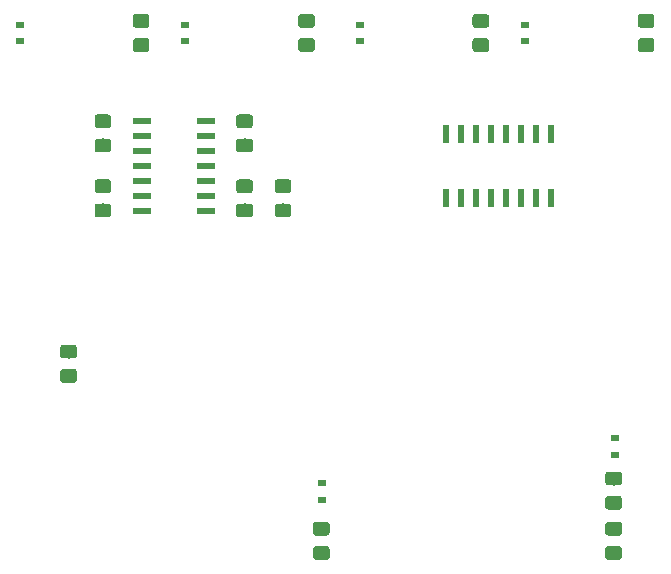
<source format=gbr>
G04 #@! TF.GenerationSoftware,KiCad,Pcbnew,(5.0.2-5-10.14)*
G04 #@! TF.CreationDate,2019-06-16T13:43:50-04:00*
G04 #@! TF.ProjectId,sequencer,73657175-656e-4636-9572-2e6b69636164,rev?*
G04 #@! TF.SameCoordinates,Original*
G04 #@! TF.FileFunction,Paste,Top*
G04 #@! TF.FilePolarity,Positive*
%FSLAX46Y46*%
G04 Gerber Fmt 4.6, Leading zero omitted, Abs format (unit mm)*
G04 Created by KiCad (PCBNEW (5.0.2-5-10.14)) date Sunday, June 16, 2019 at 01:43:50 PM*
%MOMM*%
%LPD*%
G01*
G04 APERTURE LIST*
%ADD10C,0.100000*%
%ADD11C,1.150000*%
%ADD12R,1.500000X0.600000*%
%ADD13R,0.600000X1.500000*%
%ADD14R,0.700000X0.600000*%
G04 APERTURE END LIST*
D10*
G04 #@! TO.C,C1*
G36*
X74134505Y-141641404D02*
X74158773Y-141645004D01*
X74182572Y-141650965D01*
X74205671Y-141659230D01*
X74227850Y-141669720D01*
X74248893Y-141682332D01*
X74268599Y-141696947D01*
X74286777Y-141713423D01*
X74303253Y-141731601D01*
X74317868Y-141751307D01*
X74330480Y-141772350D01*
X74340970Y-141794529D01*
X74349235Y-141817628D01*
X74355196Y-141841427D01*
X74358796Y-141865695D01*
X74360000Y-141890199D01*
X74360000Y-142540201D01*
X74358796Y-142564705D01*
X74355196Y-142588973D01*
X74349235Y-142612772D01*
X74340970Y-142635871D01*
X74330480Y-142658050D01*
X74317868Y-142679093D01*
X74303253Y-142698799D01*
X74286777Y-142716977D01*
X74268599Y-142733453D01*
X74248893Y-142748068D01*
X74227850Y-142760680D01*
X74205671Y-142771170D01*
X74182572Y-142779435D01*
X74158773Y-142785396D01*
X74134505Y-142788996D01*
X74110001Y-142790200D01*
X73209999Y-142790200D01*
X73185495Y-142788996D01*
X73161227Y-142785396D01*
X73137428Y-142779435D01*
X73114329Y-142771170D01*
X73092150Y-142760680D01*
X73071107Y-142748068D01*
X73051401Y-142733453D01*
X73033223Y-142716977D01*
X73016747Y-142698799D01*
X73002132Y-142679093D01*
X72989520Y-142658050D01*
X72979030Y-142635871D01*
X72970765Y-142612772D01*
X72964804Y-142588973D01*
X72961204Y-142564705D01*
X72960000Y-142540201D01*
X72960000Y-141890199D01*
X72961204Y-141865695D01*
X72964804Y-141841427D01*
X72970765Y-141817628D01*
X72979030Y-141794529D01*
X72989520Y-141772350D01*
X73002132Y-141751307D01*
X73016747Y-141731601D01*
X73033223Y-141713423D01*
X73051401Y-141696947D01*
X73071107Y-141682332D01*
X73092150Y-141669720D01*
X73114329Y-141659230D01*
X73137428Y-141650965D01*
X73161227Y-141645004D01*
X73185495Y-141641404D01*
X73209999Y-141640200D01*
X74110001Y-141640200D01*
X74134505Y-141641404D01*
X74134505Y-141641404D01*
G37*
D11*
X73660000Y-142215200D03*
D10*
G36*
X74134505Y-139591404D02*
X74158773Y-139595004D01*
X74182572Y-139600965D01*
X74205671Y-139609230D01*
X74227850Y-139619720D01*
X74248893Y-139632332D01*
X74268599Y-139646947D01*
X74286777Y-139663423D01*
X74303253Y-139681601D01*
X74317868Y-139701307D01*
X74330480Y-139722350D01*
X74340970Y-139744529D01*
X74349235Y-139767628D01*
X74355196Y-139791427D01*
X74358796Y-139815695D01*
X74360000Y-139840199D01*
X74360000Y-140490201D01*
X74358796Y-140514705D01*
X74355196Y-140538973D01*
X74349235Y-140562772D01*
X74340970Y-140585871D01*
X74330480Y-140608050D01*
X74317868Y-140629093D01*
X74303253Y-140648799D01*
X74286777Y-140666977D01*
X74268599Y-140683453D01*
X74248893Y-140698068D01*
X74227850Y-140710680D01*
X74205671Y-140721170D01*
X74182572Y-140729435D01*
X74158773Y-140735396D01*
X74134505Y-140738996D01*
X74110001Y-140740200D01*
X73209999Y-140740200D01*
X73185495Y-140738996D01*
X73161227Y-140735396D01*
X73137428Y-140729435D01*
X73114329Y-140721170D01*
X73092150Y-140710680D01*
X73071107Y-140698068D01*
X73051401Y-140683453D01*
X73033223Y-140666977D01*
X73016747Y-140648799D01*
X73002132Y-140629093D01*
X72989520Y-140608050D01*
X72979030Y-140585871D01*
X72970765Y-140562772D01*
X72964804Y-140538973D01*
X72961204Y-140514705D01*
X72960000Y-140490201D01*
X72960000Y-139840199D01*
X72961204Y-139815695D01*
X72964804Y-139791427D01*
X72970765Y-139767628D01*
X72979030Y-139744529D01*
X72989520Y-139722350D01*
X73002132Y-139701307D01*
X73016747Y-139681601D01*
X73033223Y-139663423D01*
X73051401Y-139646947D01*
X73071107Y-139632332D01*
X73092150Y-139619720D01*
X73114329Y-139609230D01*
X73137428Y-139600965D01*
X73161227Y-139595004D01*
X73185495Y-139591404D01*
X73209999Y-139590200D01*
X74110001Y-139590200D01*
X74134505Y-139591404D01*
X74134505Y-139591404D01*
G37*
D11*
X73660000Y-140165200D03*
G04 #@! TD*
D10*
G04 #@! TO.C,C2*
G36*
X89034105Y-122141404D02*
X89058373Y-122145004D01*
X89082172Y-122150965D01*
X89105271Y-122159230D01*
X89127450Y-122169720D01*
X89148493Y-122182332D01*
X89168199Y-122196947D01*
X89186377Y-122213423D01*
X89202853Y-122231601D01*
X89217468Y-122251307D01*
X89230080Y-122272350D01*
X89240570Y-122294529D01*
X89248835Y-122317628D01*
X89254796Y-122341427D01*
X89258396Y-122365695D01*
X89259600Y-122390199D01*
X89259600Y-123040201D01*
X89258396Y-123064705D01*
X89254796Y-123088973D01*
X89248835Y-123112772D01*
X89240570Y-123135871D01*
X89230080Y-123158050D01*
X89217468Y-123179093D01*
X89202853Y-123198799D01*
X89186377Y-123216977D01*
X89168199Y-123233453D01*
X89148493Y-123248068D01*
X89127450Y-123260680D01*
X89105271Y-123271170D01*
X89082172Y-123279435D01*
X89058373Y-123285396D01*
X89034105Y-123288996D01*
X89009601Y-123290200D01*
X88109599Y-123290200D01*
X88085095Y-123288996D01*
X88060827Y-123285396D01*
X88037028Y-123279435D01*
X88013929Y-123271170D01*
X87991750Y-123260680D01*
X87970707Y-123248068D01*
X87951001Y-123233453D01*
X87932823Y-123216977D01*
X87916347Y-123198799D01*
X87901732Y-123179093D01*
X87889120Y-123158050D01*
X87878630Y-123135871D01*
X87870365Y-123112772D01*
X87864404Y-123088973D01*
X87860804Y-123064705D01*
X87859600Y-123040201D01*
X87859600Y-122390199D01*
X87860804Y-122365695D01*
X87864404Y-122341427D01*
X87870365Y-122317628D01*
X87878630Y-122294529D01*
X87889120Y-122272350D01*
X87901732Y-122251307D01*
X87916347Y-122231601D01*
X87932823Y-122213423D01*
X87951001Y-122196947D01*
X87970707Y-122182332D01*
X87991750Y-122169720D01*
X88013929Y-122159230D01*
X88037028Y-122150965D01*
X88060827Y-122145004D01*
X88085095Y-122141404D01*
X88109599Y-122140200D01*
X89009601Y-122140200D01*
X89034105Y-122141404D01*
X89034105Y-122141404D01*
G37*
D11*
X88559600Y-122715200D03*
D10*
G36*
X89034105Y-120091404D02*
X89058373Y-120095004D01*
X89082172Y-120100965D01*
X89105271Y-120109230D01*
X89127450Y-120119720D01*
X89148493Y-120132332D01*
X89168199Y-120146947D01*
X89186377Y-120163423D01*
X89202853Y-120181601D01*
X89217468Y-120201307D01*
X89230080Y-120222350D01*
X89240570Y-120244529D01*
X89248835Y-120267628D01*
X89254796Y-120291427D01*
X89258396Y-120315695D01*
X89259600Y-120340199D01*
X89259600Y-120990201D01*
X89258396Y-121014705D01*
X89254796Y-121038973D01*
X89248835Y-121062772D01*
X89240570Y-121085871D01*
X89230080Y-121108050D01*
X89217468Y-121129093D01*
X89202853Y-121148799D01*
X89186377Y-121166977D01*
X89168199Y-121183453D01*
X89148493Y-121198068D01*
X89127450Y-121210680D01*
X89105271Y-121221170D01*
X89082172Y-121229435D01*
X89058373Y-121235396D01*
X89034105Y-121238996D01*
X89009601Y-121240200D01*
X88109599Y-121240200D01*
X88085095Y-121238996D01*
X88060827Y-121235396D01*
X88037028Y-121229435D01*
X88013929Y-121221170D01*
X87991750Y-121210680D01*
X87970707Y-121198068D01*
X87951001Y-121183453D01*
X87932823Y-121166977D01*
X87916347Y-121148799D01*
X87901732Y-121129093D01*
X87889120Y-121108050D01*
X87878630Y-121085871D01*
X87870365Y-121062772D01*
X87864404Y-121038973D01*
X87860804Y-121014705D01*
X87859600Y-120990201D01*
X87859600Y-120340199D01*
X87860804Y-120315695D01*
X87864404Y-120291427D01*
X87870365Y-120267628D01*
X87878630Y-120244529D01*
X87889120Y-120222350D01*
X87901732Y-120201307D01*
X87916347Y-120181601D01*
X87932823Y-120163423D01*
X87951001Y-120146947D01*
X87970707Y-120132332D01*
X87991750Y-120119720D01*
X88013929Y-120109230D01*
X88037028Y-120100965D01*
X88060827Y-120095004D01*
X88085095Y-120091404D01*
X88109599Y-120090200D01*
X89009601Y-120090200D01*
X89034105Y-120091404D01*
X89034105Y-120091404D01*
G37*
D11*
X88559600Y-120665200D03*
G04 #@! TD*
D10*
G04 #@! TO.C,C3*
G36*
X77034105Y-122141404D02*
X77058373Y-122145004D01*
X77082172Y-122150965D01*
X77105271Y-122159230D01*
X77127450Y-122169720D01*
X77148493Y-122182332D01*
X77168199Y-122196947D01*
X77186377Y-122213423D01*
X77202853Y-122231601D01*
X77217468Y-122251307D01*
X77230080Y-122272350D01*
X77240570Y-122294529D01*
X77248835Y-122317628D01*
X77254796Y-122341427D01*
X77258396Y-122365695D01*
X77259600Y-122390199D01*
X77259600Y-123040201D01*
X77258396Y-123064705D01*
X77254796Y-123088973D01*
X77248835Y-123112772D01*
X77240570Y-123135871D01*
X77230080Y-123158050D01*
X77217468Y-123179093D01*
X77202853Y-123198799D01*
X77186377Y-123216977D01*
X77168199Y-123233453D01*
X77148493Y-123248068D01*
X77127450Y-123260680D01*
X77105271Y-123271170D01*
X77082172Y-123279435D01*
X77058373Y-123285396D01*
X77034105Y-123288996D01*
X77009601Y-123290200D01*
X76109599Y-123290200D01*
X76085095Y-123288996D01*
X76060827Y-123285396D01*
X76037028Y-123279435D01*
X76013929Y-123271170D01*
X75991750Y-123260680D01*
X75970707Y-123248068D01*
X75951001Y-123233453D01*
X75932823Y-123216977D01*
X75916347Y-123198799D01*
X75901732Y-123179093D01*
X75889120Y-123158050D01*
X75878630Y-123135871D01*
X75870365Y-123112772D01*
X75864404Y-123088973D01*
X75860804Y-123064705D01*
X75859600Y-123040201D01*
X75859600Y-122390199D01*
X75860804Y-122365695D01*
X75864404Y-122341427D01*
X75870365Y-122317628D01*
X75878630Y-122294529D01*
X75889120Y-122272350D01*
X75901732Y-122251307D01*
X75916347Y-122231601D01*
X75932823Y-122213423D01*
X75951001Y-122196947D01*
X75970707Y-122182332D01*
X75991750Y-122169720D01*
X76013929Y-122159230D01*
X76037028Y-122150965D01*
X76060827Y-122145004D01*
X76085095Y-122141404D01*
X76109599Y-122140200D01*
X77009601Y-122140200D01*
X77034105Y-122141404D01*
X77034105Y-122141404D01*
G37*
D11*
X76559600Y-122715200D03*
D10*
G36*
X77034105Y-120091404D02*
X77058373Y-120095004D01*
X77082172Y-120100965D01*
X77105271Y-120109230D01*
X77127450Y-120119720D01*
X77148493Y-120132332D01*
X77168199Y-120146947D01*
X77186377Y-120163423D01*
X77202853Y-120181601D01*
X77217468Y-120201307D01*
X77230080Y-120222350D01*
X77240570Y-120244529D01*
X77248835Y-120267628D01*
X77254796Y-120291427D01*
X77258396Y-120315695D01*
X77259600Y-120340199D01*
X77259600Y-120990201D01*
X77258396Y-121014705D01*
X77254796Y-121038973D01*
X77248835Y-121062772D01*
X77240570Y-121085871D01*
X77230080Y-121108050D01*
X77217468Y-121129093D01*
X77202853Y-121148799D01*
X77186377Y-121166977D01*
X77168199Y-121183453D01*
X77148493Y-121198068D01*
X77127450Y-121210680D01*
X77105271Y-121221170D01*
X77082172Y-121229435D01*
X77058373Y-121235396D01*
X77034105Y-121238996D01*
X77009601Y-121240200D01*
X76109599Y-121240200D01*
X76085095Y-121238996D01*
X76060827Y-121235396D01*
X76037028Y-121229435D01*
X76013929Y-121221170D01*
X75991750Y-121210680D01*
X75970707Y-121198068D01*
X75951001Y-121183453D01*
X75932823Y-121166977D01*
X75916347Y-121148799D01*
X75901732Y-121129093D01*
X75889120Y-121108050D01*
X75878630Y-121085871D01*
X75870365Y-121062772D01*
X75864404Y-121038973D01*
X75860804Y-121014705D01*
X75859600Y-120990201D01*
X75859600Y-120340199D01*
X75860804Y-120315695D01*
X75864404Y-120291427D01*
X75870365Y-120267628D01*
X75878630Y-120244529D01*
X75889120Y-120222350D01*
X75901732Y-120201307D01*
X75916347Y-120181601D01*
X75932823Y-120163423D01*
X75951001Y-120146947D01*
X75970707Y-120132332D01*
X75991750Y-120119720D01*
X76013929Y-120109230D01*
X76037028Y-120100965D01*
X76060827Y-120095004D01*
X76085095Y-120091404D01*
X76109599Y-120090200D01*
X77009601Y-120090200D01*
X77034105Y-120091404D01*
X77034105Y-120091404D01*
G37*
D11*
X76559600Y-120665200D03*
G04 #@! TD*
D10*
G04 #@! TO.C,C4*
G36*
X95534105Y-156641404D02*
X95558373Y-156645004D01*
X95582172Y-156650965D01*
X95605271Y-156659230D01*
X95627450Y-156669720D01*
X95648493Y-156682332D01*
X95668199Y-156696947D01*
X95686377Y-156713423D01*
X95702853Y-156731601D01*
X95717468Y-156751307D01*
X95730080Y-156772350D01*
X95740570Y-156794529D01*
X95748835Y-156817628D01*
X95754796Y-156841427D01*
X95758396Y-156865695D01*
X95759600Y-156890199D01*
X95759600Y-157540201D01*
X95758396Y-157564705D01*
X95754796Y-157588973D01*
X95748835Y-157612772D01*
X95740570Y-157635871D01*
X95730080Y-157658050D01*
X95717468Y-157679093D01*
X95702853Y-157698799D01*
X95686377Y-157716977D01*
X95668199Y-157733453D01*
X95648493Y-157748068D01*
X95627450Y-157760680D01*
X95605271Y-157771170D01*
X95582172Y-157779435D01*
X95558373Y-157785396D01*
X95534105Y-157788996D01*
X95509601Y-157790200D01*
X94609599Y-157790200D01*
X94585095Y-157788996D01*
X94560827Y-157785396D01*
X94537028Y-157779435D01*
X94513929Y-157771170D01*
X94491750Y-157760680D01*
X94470707Y-157748068D01*
X94451001Y-157733453D01*
X94432823Y-157716977D01*
X94416347Y-157698799D01*
X94401732Y-157679093D01*
X94389120Y-157658050D01*
X94378630Y-157635871D01*
X94370365Y-157612772D01*
X94364404Y-157588973D01*
X94360804Y-157564705D01*
X94359600Y-157540201D01*
X94359600Y-156890199D01*
X94360804Y-156865695D01*
X94364404Y-156841427D01*
X94370365Y-156817628D01*
X94378630Y-156794529D01*
X94389120Y-156772350D01*
X94401732Y-156751307D01*
X94416347Y-156731601D01*
X94432823Y-156713423D01*
X94451001Y-156696947D01*
X94470707Y-156682332D01*
X94491750Y-156669720D01*
X94513929Y-156659230D01*
X94537028Y-156650965D01*
X94560827Y-156645004D01*
X94585095Y-156641404D01*
X94609599Y-156640200D01*
X95509601Y-156640200D01*
X95534105Y-156641404D01*
X95534105Y-156641404D01*
G37*
D11*
X95059600Y-157215200D03*
D10*
G36*
X95534105Y-154591404D02*
X95558373Y-154595004D01*
X95582172Y-154600965D01*
X95605271Y-154609230D01*
X95627450Y-154619720D01*
X95648493Y-154632332D01*
X95668199Y-154646947D01*
X95686377Y-154663423D01*
X95702853Y-154681601D01*
X95717468Y-154701307D01*
X95730080Y-154722350D01*
X95740570Y-154744529D01*
X95748835Y-154767628D01*
X95754796Y-154791427D01*
X95758396Y-154815695D01*
X95759600Y-154840199D01*
X95759600Y-155490201D01*
X95758396Y-155514705D01*
X95754796Y-155538973D01*
X95748835Y-155562772D01*
X95740570Y-155585871D01*
X95730080Y-155608050D01*
X95717468Y-155629093D01*
X95702853Y-155648799D01*
X95686377Y-155666977D01*
X95668199Y-155683453D01*
X95648493Y-155698068D01*
X95627450Y-155710680D01*
X95605271Y-155721170D01*
X95582172Y-155729435D01*
X95558373Y-155735396D01*
X95534105Y-155738996D01*
X95509601Y-155740200D01*
X94609599Y-155740200D01*
X94585095Y-155738996D01*
X94560827Y-155735396D01*
X94537028Y-155729435D01*
X94513929Y-155721170D01*
X94491750Y-155710680D01*
X94470707Y-155698068D01*
X94451001Y-155683453D01*
X94432823Y-155666977D01*
X94416347Y-155648799D01*
X94401732Y-155629093D01*
X94389120Y-155608050D01*
X94378630Y-155585871D01*
X94370365Y-155562772D01*
X94364404Y-155538973D01*
X94360804Y-155514705D01*
X94359600Y-155490201D01*
X94359600Y-154840199D01*
X94360804Y-154815695D01*
X94364404Y-154791427D01*
X94370365Y-154767628D01*
X94378630Y-154744529D01*
X94389120Y-154722350D01*
X94401732Y-154701307D01*
X94416347Y-154681601D01*
X94432823Y-154663423D01*
X94451001Y-154646947D01*
X94470707Y-154632332D01*
X94491750Y-154619720D01*
X94513929Y-154609230D01*
X94537028Y-154600965D01*
X94560827Y-154595004D01*
X94585095Y-154591404D01*
X94609599Y-154590200D01*
X95509601Y-154590200D01*
X95534105Y-154591404D01*
X95534105Y-154591404D01*
G37*
D11*
X95059600Y-155165200D03*
G04 #@! TD*
D10*
G04 #@! TO.C,C5*
G36*
X120284105Y-154591404D02*
X120308373Y-154595004D01*
X120332172Y-154600965D01*
X120355271Y-154609230D01*
X120377450Y-154619720D01*
X120398493Y-154632332D01*
X120418199Y-154646947D01*
X120436377Y-154663423D01*
X120452853Y-154681601D01*
X120467468Y-154701307D01*
X120480080Y-154722350D01*
X120490570Y-154744529D01*
X120498835Y-154767628D01*
X120504796Y-154791427D01*
X120508396Y-154815695D01*
X120509600Y-154840199D01*
X120509600Y-155490201D01*
X120508396Y-155514705D01*
X120504796Y-155538973D01*
X120498835Y-155562772D01*
X120490570Y-155585871D01*
X120480080Y-155608050D01*
X120467468Y-155629093D01*
X120452853Y-155648799D01*
X120436377Y-155666977D01*
X120418199Y-155683453D01*
X120398493Y-155698068D01*
X120377450Y-155710680D01*
X120355271Y-155721170D01*
X120332172Y-155729435D01*
X120308373Y-155735396D01*
X120284105Y-155738996D01*
X120259601Y-155740200D01*
X119359599Y-155740200D01*
X119335095Y-155738996D01*
X119310827Y-155735396D01*
X119287028Y-155729435D01*
X119263929Y-155721170D01*
X119241750Y-155710680D01*
X119220707Y-155698068D01*
X119201001Y-155683453D01*
X119182823Y-155666977D01*
X119166347Y-155648799D01*
X119151732Y-155629093D01*
X119139120Y-155608050D01*
X119128630Y-155585871D01*
X119120365Y-155562772D01*
X119114404Y-155538973D01*
X119110804Y-155514705D01*
X119109600Y-155490201D01*
X119109600Y-154840199D01*
X119110804Y-154815695D01*
X119114404Y-154791427D01*
X119120365Y-154767628D01*
X119128630Y-154744529D01*
X119139120Y-154722350D01*
X119151732Y-154701307D01*
X119166347Y-154681601D01*
X119182823Y-154663423D01*
X119201001Y-154646947D01*
X119220707Y-154632332D01*
X119241750Y-154619720D01*
X119263929Y-154609230D01*
X119287028Y-154600965D01*
X119310827Y-154595004D01*
X119335095Y-154591404D01*
X119359599Y-154590200D01*
X120259601Y-154590200D01*
X120284105Y-154591404D01*
X120284105Y-154591404D01*
G37*
D11*
X119809600Y-155165200D03*
D10*
G36*
X120284105Y-156641404D02*
X120308373Y-156645004D01*
X120332172Y-156650965D01*
X120355271Y-156659230D01*
X120377450Y-156669720D01*
X120398493Y-156682332D01*
X120418199Y-156696947D01*
X120436377Y-156713423D01*
X120452853Y-156731601D01*
X120467468Y-156751307D01*
X120480080Y-156772350D01*
X120490570Y-156794529D01*
X120498835Y-156817628D01*
X120504796Y-156841427D01*
X120508396Y-156865695D01*
X120509600Y-156890199D01*
X120509600Y-157540201D01*
X120508396Y-157564705D01*
X120504796Y-157588973D01*
X120498835Y-157612772D01*
X120490570Y-157635871D01*
X120480080Y-157658050D01*
X120467468Y-157679093D01*
X120452853Y-157698799D01*
X120436377Y-157716977D01*
X120418199Y-157733453D01*
X120398493Y-157748068D01*
X120377450Y-157760680D01*
X120355271Y-157771170D01*
X120332172Y-157779435D01*
X120308373Y-157785396D01*
X120284105Y-157788996D01*
X120259601Y-157790200D01*
X119359599Y-157790200D01*
X119335095Y-157788996D01*
X119310827Y-157785396D01*
X119287028Y-157779435D01*
X119263929Y-157771170D01*
X119241750Y-157760680D01*
X119220707Y-157748068D01*
X119201001Y-157733453D01*
X119182823Y-157716977D01*
X119166347Y-157698799D01*
X119151732Y-157679093D01*
X119139120Y-157658050D01*
X119128630Y-157635871D01*
X119120365Y-157612772D01*
X119114404Y-157588973D01*
X119110804Y-157564705D01*
X119109600Y-157540201D01*
X119109600Y-156890199D01*
X119110804Y-156865695D01*
X119114404Y-156841427D01*
X119120365Y-156817628D01*
X119128630Y-156794529D01*
X119139120Y-156772350D01*
X119151732Y-156751307D01*
X119166347Y-156731601D01*
X119182823Y-156713423D01*
X119201001Y-156696947D01*
X119220707Y-156682332D01*
X119241750Y-156669720D01*
X119263929Y-156659230D01*
X119287028Y-156650965D01*
X119310827Y-156645004D01*
X119335095Y-156641404D01*
X119359599Y-156640200D01*
X120259601Y-156640200D01*
X120284105Y-156641404D01*
X120284105Y-156641404D01*
G37*
D11*
X119809600Y-157215200D03*
G04 #@! TD*
D10*
G04 #@! TO.C,R1*
G36*
X92284105Y-125591404D02*
X92308373Y-125595004D01*
X92332172Y-125600965D01*
X92355271Y-125609230D01*
X92377450Y-125619720D01*
X92398493Y-125632332D01*
X92418199Y-125646947D01*
X92436377Y-125663423D01*
X92452853Y-125681601D01*
X92467468Y-125701307D01*
X92480080Y-125722350D01*
X92490570Y-125744529D01*
X92498835Y-125767628D01*
X92504796Y-125791427D01*
X92508396Y-125815695D01*
X92509600Y-125840199D01*
X92509600Y-126490201D01*
X92508396Y-126514705D01*
X92504796Y-126538973D01*
X92498835Y-126562772D01*
X92490570Y-126585871D01*
X92480080Y-126608050D01*
X92467468Y-126629093D01*
X92452853Y-126648799D01*
X92436377Y-126666977D01*
X92418199Y-126683453D01*
X92398493Y-126698068D01*
X92377450Y-126710680D01*
X92355271Y-126721170D01*
X92332172Y-126729435D01*
X92308373Y-126735396D01*
X92284105Y-126738996D01*
X92259601Y-126740200D01*
X91359599Y-126740200D01*
X91335095Y-126738996D01*
X91310827Y-126735396D01*
X91287028Y-126729435D01*
X91263929Y-126721170D01*
X91241750Y-126710680D01*
X91220707Y-126698068D01*
X91201001Y-126683453D01*
X91182823Y-126666977D01*
X91166347Y-126648799D01*
X91151732Y-126629093D01*
X91139120Y-126608050D01*
X91128630Y-126585871D01*
X91120365Y-126562772D01*
X91114404Y-126538973D01*
X91110804Y-126514705D01*
X91109600Y-126490201D01*
X91109600Y-125840199D01*
X91110804Y-125815695D01*
X91114404Y-125791427D01*
X91120365Y-125767628D01*
X91128630Y-125744529D01*
X91139120Y-125722350D01*
X91151732Y-125701307D01*
X91166347Y-125681601D01*
X91182823Y-125663423D01*
X91201001Y-125646947D01*
X91220707Y-125632332D01*
X91241750Y-125619720D01*
X91263929Y-125609230D01*
X91287028Y-125600965D01*
X91310827Y-125595004D01*
X91335095Y-125591404D01*
X91359599Y-125590200D01*
X92259601Y-125590200D01*
X92284105Y-125591404D01*
X92284105Y-125591404D01*
G37*
D11*
X91809600Y-126165200D03*
D10*
G36*
X92284105Y-127641404D02*
X92308373Y-127645004D01*
X92332172Y-127650965D01*
X92355271Y-127659230D01*
X92377450Y-127669720D01*
X92398493Y-127682332D01*
X92418199Y-127696947D01*
X92436377Y-127713423D01*
X92452853Y-127731601D01*
X92467468Y-127751307D01*
X92480080Y-127772350D01*
X92490570Y-127794529D01*
X92498835Y-127817628D01*
X92504796Y-127841427D01*
X92508396Y-127865695D01*
X92509600Y-127890199D01*
X92509600Y-128540201D01*
X92508396Y-128564705D01*
X92504796Y-128588973D01*
X92498835Y-128612772D01*
X92490570Y-128635871D01*
X92480080Y-128658050D01*
X92467468Y-128679093D01*
X92452853Y-128698799D01*
X92436377Y-128716977D01*
X92418199Y-128733453D01*
X92398493Y-128748068D01*
X92377450Y-128760680D01*
X92355271Y-128771170D01*
X92332172Y-128779435D01*
X92308373Y-128785396D01*
X92284105Y-128788996D01*
X92259601Y-128790200D01*
X91359599Y-128790200D01*
X91335095Y-128788996D01*
X91310827Y-128785396D01*
X91287028Y-128779435D01*
X91263929Y-128771170D01*
X91241750Y-128760680D01*
X91220707Y-128748068D01*
X91201001Y-128733453D01*
X91182823Y-128716977D01*
X91166347Y-128698799D01*
X91151732Y-128679093D01*
X91139120Y-128658050D01*
X91128630Y-128635871D01*
X91120365Y-128612772D01*
X91114404Y-128588973D01*
X91110804Y-128564705D01*
X91109600Y-128540201D01*
X91109600Y-127890199D01*
X91110804Y-127865695D01*
X91114404Y-127841427D01*
X91120365Y-127817628D01*
X91128630Y-127794529D01*
X91139120Y-127772350D01*
X91151732Y-127751307D01*
X91166347Y-127731601D01*
X91182823Y-127713423D01*
X91201001Y-127696947D01*
X91220707Y-127682332D01*
X91241750Y-127669720D01*
X91263929Y-127659230D01*
X91287028Y-127650965D01*
X91310827Y-127645004D01*
X91335095Y-127641404D01*
X91359599Y-127640200D01*
X92259601Y-127640200D01*
X92284105Y-127641404D01*
X92284105Y-127641404D01*
G37*
D11*
X91809600Y-128215200D03*
G04 #@! TD*
D10*
G04 #@! TO.C,R2*
G36*
X89034105Y-125591404D02*
X89058373Y-125595004D01*
X89082172Y-125600965D01*
X89105271Y-125609230D01*
X89127450Y-125619720D01*
X89148493Y-125632332D01*
X89168199Y-125646947D01*
X89186377Y-125663423D01*
X89202853Y-125681601D01*
X89217468Y-125701307D01*
X89230080Y-125722350D01*
X89240570Y-125744529D01*
X89248835Y-125767628D01*
X89254796Y-125791427D01*
X89258396Y-125815695D01*
X89259600Y-125840199D01*
X89259600Y-126490201D01*
X89258396Y-126514705D01*
X89254796Y-126538973D01*
X89248835Y-126562772D01*
X89240570Y-126585871D01*
X89230080Y-126608050D01*
X89217468Y-126629093D01*
X89202853Y-126648799D01*
X89186377Y-126666977D01*
X89168199Y-126683453D01*
X89148493Y-126698068D01*
X89127450Y-126710680D01*
X89105271Y-126721170D01*
X89082172Y-126729435D01*
X89058373Y-126735396D01*
X89034105Y-126738996D01*
X89009601Y-126740200D01*
X88109599Y-126740200D01*
X88085095Y-126738996D01*
X88060827Y-126735396D01*
X88037028Y-126729435D01*
X88013929Y-126721170D01*
X87991750Y-126710680D01*
X87970707Y-126698068D01*
X87951001Y-126683453D01*
X87932823Y-126666977D01*
X87916347Y-126648799D01*
X87901732Y-126629093D01*
X87889120Y-126608050D01*
X87878630Y-126585871D01*
X87870365Y-126562772D01*
X87864404Y-126538973D01*
X87860804Y-126514705D01*
X87859600Y-126490201D01*
X87859600Y-125840199D01*
X87860804Y-125815695D01*
X87864404Y-125791427D01*
X87870365Y-125767628D01*
X87878630Y-125744529D01*
X87889120Y-125722350D01*
X87901732Y-125701307D01*
X87916347Y-125681601D01*
X87932823Y-125663423D01*
X87951001Y-125646947D01*
X87970707Y-125632332D01*
X87991750Y-125619720D01*
X88013929Y-125609230D01*
X88037028Y-125600965D01*
X88060827Y-125595004D01*
X88085095Y-125591404D01*
X88109599Y-125590200D01*
X89009601Y-125590200D01*
X89034105Y-125591404D01*
X89034105Y-125591404D01*
G37*
D11*
X88559600Y-126165200D03*
D10*
G36*
X89034105Y-127641404D02*
X89058373Y-127645004D01*
X89082172Y-127650965D01*
X89105271Y-127659230D01*
X89127450Y-127669720D01*
X89148493Y-127682332D01*
X89168199Y-127696947D01*
X89186377Y-127713423D01*
X89202853Y-127731601D01*
X89217468Y-127751307D01*
X89230080Y-127772350D01*
X89240570Y-127794529D01*
X89248835Y-127817628D01*
X89254796Y-127841427D01*
X89258396Y-127865695D01*
X89259600Y-127890199D01*
X89259600Y-128540201D01*
X89258396Y-128564705D01*
X89254796Y-128588973D01*
X89248835Y-128612772D01*
X89240570Y-128635871D01*
X89230080Y-128658050D01*
X89217468Y-128679093D01*
X89202853Y-128698799D01*
X89186377Y-128716977D01*
X89168199Y-128733453D01*
X89148493Y-128748068D01*
X89127450Y-128760680D01*
X89105271Y-128771170D01*
X89082172Y-128779435D01*
X89058373Y-128785396D01*
X89034105Y-128788996D01*
X89009601Y-128790200D01*
X88109599Y-128790200D01*
X88085095Y-128788996D01*
X88060827Y-128785396D01*
X88037028Y-128779435D01*
X88013929Y-128771170D01*
X87991750Y-128760680D01*
X87970707Y-128748068D01*
X87951001Y-128733453D01*
X87932823Y-128716977D01*
X87916347Y-128698799D01*
X87901732Y-128679093D01*
X87889120Y-128658050D01*
X87878630Y-128635871D01*
X87870365Y-128612772D01*
X87864404Y-128588973D01*
X87860804Y-128564705D01*
X87859600Y-128540201D01*
X87859600Y-127890199D01*
X87860804Y-127865695D01*
X87864404Y-127841427D01*
X87870365Y-127817628D01*
X87878630Y-127794529D01*
X87889120Y-127772350D01*
X87901732Y-127751307D01*
X87916347Y-127731601D01*
X87932823Y-127713423D01*
X87951001Y-127696947D01*
X87970707Y-127682332D01*
X87991750Y-127669720D01*
X88013929Y-127659230D01*
X88037028Y-127650965D01*
X88060827Y-127645004D01*
X88085095Y-127641404D01*
X88109599Y-127640200D01*
X89009601Y-127640200D01*
X89034105Y-127641404D01*
X89034105Y-127641404D01*
G37*
D11*
X88559600Y-128215200D03*
G04 #@! TD*
D10*
G04 #@! TO.C,R3*
G36*
X77034105Y-125591404D02*
X77058373Y-125595004D01*
X77082172Y-125600965D01*
X77105271Y-125609230D01*
X77127450Y-125619720D01*
X77148493Y-125632332D01*
X77168199Y-125646947D01*
X77186377Y-125663423D01*
X77202853Y-125681601D01*
X77217468Y-125701307D01*
X77230080Y-125722350D01*
X77240570Y-125744529D01*
X77248835Y-125767628D01*
X77254796Y-125791427D01*
X77258396Y-125815695D01*
X77259600Y-125840199D01*
X77259600Y-126490201D01*
X77258396Y-126514705D01*
X77254796Y-126538973D01*
X77248835Y-126562772D01*
X77240570Y-126585871D01*
X77230080Y-126608050D01*
X77217468Y-126629093D01*
X77202853Y-126648799D01*
X77186377Y-126666977D01*
X77168199Y-126683453D01*
X77148493Y-126698068D01*
X77127450Y-126710680D01*
X77105271Y-126721170D01*
X77082172Y-126729435D01*
X77058373Y-126735396D01*
X77034105Y-126738996D01*
X77009601Y-126740200D01*
X76109599Y-126740200D01*
X76085095Y-126738996D01*
X76060827Y-126735396D01*
X76037028Y-126729435D01*
X76013929Y-126721170D01*
X75991750Y-126710680D01*
X75970707Y-126698068D01*
X75951001Y-126683453D01*
X75932823Y-126666977D01*
X75916347Y-126648799D01*
X75901732Y-126629093D01*
X75889120Y-126608050D01*
X75878630Y-126585871D01*
X75870365Y-126562772D01*
X75864404Y-126538973D01*
X75860804Y-126514705D01*
X75859600Y-126490201D01*
X75859600Y-125840199D01*
X75860804Y-125815695D01*
X75864404Y-125791427D01*
X75870365Y-125767628D01*
X75878630Y-125744529D01*
X75889120Y-125722350D01*
X75901732Y-125701307D01*
X75916347Y-125681601D01*
X75932823Y-125663423D01*
X75951001Y-125646947D01*
X75970707Y-125632332D01*
X75991750Y-125619720D01*
X76013929Y-125609230D01*
X76037028Y-125600965D01*
X76060827Y-125595004D01*
X76085095Y-125591404D01*
X76109599Y-125590200D01*
X77009601Y-125590200D01*
X77034105Y-125591404D01*
X77034105Y-125591404D01*
G37*
D11*
X76559600Y-126165200D03*
D10*
G36*
X77034105Y-127641404D02*
X77058373Y-127645004D01*
X77082172Y-127650965D01*
X77105271Y-127659230D01*
X77127450Y-127669720D01*
X77148493Y-127682332D01*
X77168199Y-127696947D01*
X77186377Y-127713423D01*
X77202853Y-127731601D01*
X77217468Y-127751307D01*
X77230080Y-127772350D01*
X77240570Y-127794529D01*
X77248835Y-127817628D01*
X77254796Y-127841427D01*
X77258396Y-127865695D01*
X77259600Y-127890199D01*
X77259600Y-128540201D01*
X77258396Y-128564705D01*
X77254796Y-128588973D01*
X77248835Y-128612772D01*
X77240570Y-128635871D01*
X77230080Y-128658050D01*
X77217468Y-128679093D01*
X77202853Y-128698799D01*
X77186377Y-128716977D01*
X77168199Y-128733453D01*
X77148493Y-128748068D01*
X77127450Y-128760680D01*
X77105271Y-128771170D01*
X77082172Y-128779435D01*
X77058373Y-128785396D01*
X77034105Y-128788996D01*
X77009601Y-128790200D01*
X76109599Y-128790200D01*
X76085095Y-128788996D01*
X76060827Y-128785396D01*
X76037028Y-128779435D01*
X76013929Y-128771170D01*
X75991750Y-128760680D01*
X75970707Y-128748068D01*
X75951001Y-128733453D01*
X75932823Y-128716977D01*
X75916347Y-128698799D01*
X75901732Y-128679093D01*
X75889120Y-128658050D01*
X75878630Y-128635871D01*
X75870365Y-128612772D01*
X75864404Y-128588973D01*
X75860804Y-128564705D01*
X75859600Y-128540201D01*
X75859600Y-127890199D01*
X75860804Y-127865695D01*
X75864404Y-127841427D01*
X75870365Y-127817628D01*
X75878630Y-127794529D01*
X75889120Y-127772350D01*
X75901732Y-127751307D01*
X75916347Y-127731601D01*
X75932823Y-127713423D01*
X75951001Y-127696947D01*
X75970707Y-127682332D01*
X75991750Y-127669720D01*
X76013929Y-127659230D01*
X76037028Y-127650965D01*
X76060827Y-127645004D01*
X76085095Y-127641404D01*
X76109599Y-127640200D01*
X77009601Y-127640200D01*
X77034105Y-127641404D01*
X77034105Y-127641404D01*
G37*
D11*
X76559600Y-128215200D03*
G04 #@! TD*
D10*
G04 #@! TO.C,R8*
G36*
X120284105Y-152391404D02*
X120308373Y-152395004D01*
X120332172Y-152400965D01*
X120355271Y-152409230D01*
X120377450Y-152419720D01*
X120398493Y-152432332D01*
X120418199Y-152446947D01*
X120436377Y-152463423D01*
X120452853Y-152481601D01*
X120467468Y-152501307D01*
X120480080Y-152522350D01*
X120490570Y-152544529D01*
X120498835Y-152567628D01*
X120504796Y-152591427D01*
X120508396Y-152615695D01*
X120509600Y-152640199D01*
X120509600Y-153290201D01*
X120508396Y-153314705D01*
X120504796Y-153338973D01*
X120498835Y-153362772D01*
X120490570Y-153385871D01*
X120480080Y-153408050D01*
X120467468Y-153429093D01*
X120452853Y-153448799D01*
X120436377Y-153466977D01*
X120418199Y-153483453D01*
X120398493Y-153498068D01*
X120377450Y-153510680D01*
X120355271Y-153521170D01*
X120332172Y-153529435D01*
X120308373Y-153535396D01*
X120284105Y-153538996D01*
X120259601Y-153540200D01*
X119359599Y-153540200D01*
X119335095Y-153538996D01*
X119310827Y-153535396D01*
X119287028Y-153529435D01*
X119263929Y-153521170D01*
X119241750Y-153510680D01*
X119220707Y-153498068D01*
X119201001Y-153483453D01*
X119182823Y-153466977D01*
X119166347Y-153448799D01*
X119151732Y-153429093D01*
X119139120Y-153408050D01*
X119128630Y-153385871D01*
X119120365Y-153362772D01*
X119114404Y-153338973D01*
X119110804Y-153314705D01*
X119109600Y-153290201D01*
X119109600Y-152640199D01*
X119110804Y-152615695D01*
X119114404Y-152591427D01*
X119120365Y-152567628D01*
X119128630Y-152544529D01*
X119139120Y-152522350D01*
X119151732Y-152501307D01*
X119166347Y-152481601D01*
X119182823Y-152463423D01*
X119201001Y-152446947D01*
X119220707Y-152432332D01*
X119241750Y-152419720D01*
X119263929Y-152409230D01*
X119287028Y-152400965D01*
X119310827Y-152395004D01*
X119335095Y-152391404D01*
X119359599Y-152390200D01*
X120259601Y-152390200D01*
X120284105Y-152391404D01*
X120284105Y-152391404D01*
G37*
D11*
X119809600Y-152965200D03*
D10*
G36*
X120284105Y-150341404D02*
X120308373Y-150345004D01*
X120332172Y-150350965D01*
X120355271Y-150359230D01*
X120377450Y-150369720D01*
X120398493Y-150382332D01*
X120418199Y-150396947D01*
X120436377Y-150413423D01*
X120452853Y-150431601D01*
X120467468Y-150451307D01*
X120480080Y-150472350D01*
X120490570Y-150494529D01*
X120498835Y-150517628D01*
X120504796Y-150541427D01*
X120508396Y-150565695D01*
X120509600Y-150590199D01*
X120509600Y-151240201D01*
X120508396Y-151264705D01*
X120504796Y-151288973D01*
X120498835Y-151312772D01*
X120490570Y-151335871D01*
X120480080Y-151358050D01*
X120467468Y-151379093D01*
X120452853Y-151398799D01*
X120436377Y-151416977D01*
X120418199Y-151433453D01*
X120398493Y-151448068D01*
X120377450Y-151460680D01*
X120355271Y-151471170D01*
X120332172Y-151479435D01*
X120308373Y-151485396D01*
X120284105Y-151488996D01*
X120259601Y-151490200D01*
X119359599Y-151490200D01*
X119335095Y-151488996D01*
X119310827Y-151485396D01*
X119287028Y-151479435D01*
X119263929Y-151471170D01*
X119241750Y-151460680D01*
X119220707Y-151448068D01*
X119201001Y-151433453D01*
X119182823Y-151416977D01*
X119166347Y-151398799D01*
X119151732Y-151379093D01*
X119139120Y-151358050D01*
X119128630Y-151335871D01*
X119120365Y-151312772D01*
X119114404Y-151288973D01*
X119110804Y-151264705D01*
X119109600Y-151240201D01*
X119109600Y-150590199D01*
X119110804Y-150565695D01*
X119114404Y-150541427D01*
X119120365Y-150517628D01*
X119128630Y-150494529D01*
X119139120Y-150472350D01*
X119151732Y-150451307D01*
X119166347Y-150431601D01*
X119182823Y-150413423D01*
X119201001Y-150396947D01*
X119220707Y-150382332D01*
X119241750Y-150369720D01*
X119263929Y-150359230D01*
X119287028Y-150350965D01*
X119310827Y-150345004D01*
X119335095Y-150341404D01*
X119359599Y-150340200D01*
X120259601Y-150340200D01*
X120284105Y-150341404D01*
X120284105Y-150341404D01*
G37*
D11*
X119809600Y-150915200D03*
G04 #@! TD*
D10*
G04 #@! TO.C,R9*
G36*
X80284105Y-111591404D02*
X80308373Y-111595004D01*
X80332172Y-111600965D01*
X80355271Y-111609230D01*
X80377450Y-111619720D01*
X80398493Y-111632332D01*
X80418199Y-111646947D01*
X80436377Y-111663423D01*
X80452853Y-111681601D01*
X80467468Y-111701307D01*
X80480080Y-111722350D01*
X80490570Y-111744529D01*
X80498835Y-111767628D01*
X80504796Y-111791427D01*
X80508396Y-111815695D01*
X80509600Y-111840199D01*
X80509600Y-112490201D01*
X80508396Y-112514705D01*
X80504796Y-112538973D01*
X80498835Y-112562772D01*
X80490570Y-112585871D01*
X80480080Y-112608050D01*
X80467468Y-112629093D01*
X80452853Y-112648799D01*
X80436377Y-112666977D01*
X80418199Y-112683453D01*
X80398493Y-112698068D01*
X80377450Y-112710680D01*
X80355271Y-112721170D01*
X80332172Y-112729435D01*
X80308373Y-112735396D01*
X80284105Y-112738996D01*
X80259601Y-112740200D01*
X79359599Y-112740200D01*
X79335095Y-112738996D01*
X79310827Y-112735396D01*
X79287028Y-112729435D01*
X79263929Y-112721170D01*
X79241750Y-112710680D01*
X79220707Y-112698068D01*
X79201001Y-112683453D01*
X79182823Y-112666977D01*
X79166347Y-112648799D01*
X79151732Y-112629093D01*
X79139120Y-112608050D01*
X79128630Y-112585871D01*
X79120365Y-112562772D01*
X79114404Y-112538973D01*
X79110804Y-112514705D01*
X79109600Y-112490201D01*
X79109600Y-111840199D01*
X79110804Y-111815695D01*
X79114404Y-111791427D01*
X79120365Y-111767628D01*
X79128630Y-111744529D01*
X79139120Y-111722350D01*
X79151732Y-111701307D01*
X79166347Y-111681601D01*
X79182823Y-111663423D01*
X79201001Y-111646947D01*
X79220707Y-111632332D01*
X79241750Y-111619720D01*
X79263929Y-111609230D01*
X79287028Y-111600965D01*
X79310827Y-111595004D01*
X79335095Y-111591404D01*
X79359599Y-111590200D01*
X80259601Y-111590200D01*
X80284105Y-111591404D01*
X80284105Y-111591404D01*
G37*
D11*
X79809600Y-112165200D03*
D10*
G36*
X80284105Y-113641404D02*
X80308373Y-113645004D01*
X80332172Y-113650965D01*
X80355271Y-113659230D01*
X80377450Y-113669720D01*
X80398493Y-113682332D01*
X80418199Y-113696947D01*
X80436377Y-113713423D01*
X80452853Y-113731601D01*
X80467468Y-113751307D01*
X80480080Y-113772350D01*
X80490570Y-113794529D01*
X80498835Y-113817628D01*
X80504796Y-113841427D01*
X80508396Y-113865695D01*
X80509600Y-113890199D01*
X80509600Y-114540201D01*
X80508396Y-114564705D01*
X80504796Y-114588973D01*
X80498835Y-114612772D01*
X80490570Y-114635871D01*
X80480080Y-114658050D01*
X80467468Y-114679093D01*
X80452853Y-114698799D01*
X80436377Y-114716977D01*
X80418199Y-114733453D01*
X80398493Y-114748068D01*
X80377450Y-114760680D01*
X80355271Y-114771170D01*
X80332172Y-114779435D01*
X80308373Y-114785396D01*
X80284105Y-114788996D01*
X80259601Y-114790200D01*
X79359599Y-114790200D01*
X79335095Y-114788996D01*
X79310827Y-114785396D01*
X79287028Y-114779435D01*
X79263929Y-114771170D01*
X79241750Y-114760680D01*
X79220707Y-114748068D01*
X79201001Y-114733453D01*
X79182823Y-114716977D01*
X79166347Y-114698799D01*
X79151732Y-114679093D01*
X79139120Y-114658050D01*
X79128630Y-114635871D01*
X79120365Y-114612772D01*
X79114404Y-114588973D01*
X79110804Y-114564705D01*
X79109600Y-114540201D01*
X79109600Y-113890199D01*
X79110804Y-113865695D01*
X79114404Y-113841427D01*
X79120365Y-113817628D01*
X79128630Y-113794529D01*
X79139120Y-113772350D01*
X79151732Y-113751307D01*
X79166347Y-113731601D01*
X79182823Y-113713423D01*
X79201001Y-113696947D01*
X79220707Y-113682332D01*
X79241750Y-113669720D01*
X79263929Y-113659230D01*
X79287028Y-113650965D01*
X79310827Y-113645004D01*
X79335095Y-113641404D01*
X79359599Y-113640200D01*
X80259601Y-113640200D01*
X80284105Y-113641404D01*
X80284105Y-113641404D01*
G37*
D11*
X79809600Y-114215200D03*
G04 #@! TD*
D10*
G04 #@! TO.C,R10*
G36*
X94284105Y-111591404D02*
X94308373Y-111595004D01*
X94332172Y-111600965D01*
X94355271Y-111609230D01*
X94377450Y-111619720D01*
X94398493Y-111632332D01*
X94418199Y-111646947D01*
X94436377Y-111663423D01*
X94452853Y-111681601D01*
X94467468Y-111701307D01*
X94480080Y-111722350D01*
X94490570Y-111744529D01*
X94498835Y-111767628D01*
X94504796Y-111791427D01*
X94508396Y-111815695D01*
X94509600Y-111840199D01*
X94509600Y-112490201D01*
X94508396Y-112514705D01*
X94504796Y-112538973D01*
X94498835Y-112562772D01*
X94490570Y-112585871D01*
X94480080Y-112608050D01*
X94467468Y-112629093D01*
X94452853Y-112648799D01*
X94436377Y-112666977D01*
X94418199Y-112683453D01*
X94398493Y-112698068D01*
X94377450Y-112710680D01*
X94355271Y-112721170D01*
X94332172Y-112729435D01*
X94308373Y-112735396D01*
X94284105Y-112738996D01*
X94259601Y-112740200D01*
X93359599Y-112740200D01*
X93335095Y-112738996D01*
X93310827Y-112735396D01*
X93287028Y-112729435D01*
X93263929Y-112721170D01*
X93241750Y-112710680D01*
X93220707Y-112698068D01*
X93201001Y-112683453D01*
X93182823Y-112666977D01*
X93166347Y-112648799D01*
X93151732Y-112629093D01*
X93139120Y-112608050D01*
X93128630Y-112585871D01*
X93120365Y-112562772D01*
X93114404Y-112538973D01*
X93110804Y-112514705D01*
X93109600Y-112490201D01*
X93109600Y-111840199D01*
X93110804Y-111815695D01*
X93114404Y-111791427D01*
X93120365Y-111767628D01*
X93128630Y-111744529D01*
X93139120Y-111722350D01*
X93151732Y-111701307D01*
X93166347Y-111681601D01*
X93182823Y-111663423D01*
X93201001Y-111646947D01*
X93220707Y-111632332D01*
X93241750Y-111619720D01*
X93263929Y-111609230D01*
X93287028Y-111600965D01*
X93310827Y-111595004D01*
X93335095Y-111591404D01*
X93359599Y-111590200D01*
X94259601Y-111590200D01*
X94284105Y-111591404D01*
X94284105Y-111591404D01*
G37*
D11*
X93809600Y-112165200D03*
D10*
G36*
X94284105Y-113641404D02*
X94308373Y-113645004D01*
X94332172Y-113650965D01*
X94355271Y-113659230D01*
X94377450Y-113669720D01*
X94398493Y-113682332D01*
X94418199Y-113696947D01*
X94436377Y-113713423D01*
X94452853Y-113731601D01*
X94467468Y-113751307D01*
X94480080Y-113772350D01*
X94490570Y-113794529D01*
X94498835Y-113817628D01*
X94504796Y-113841427D01*
X94508396Y-113865695D01*
X94509600Y-113890199D01*
X94509600Y-114540201D01*
X94508396Y-114564705D01*
X94504796Y-114588973D01*
X94498835Y-114612772D01*
X94490570Y-114635871D01*
X94480080Y-114658050D01*
X94467468Y-114679093D01*
X94452853Y-114698799D01*
X94436377Y-114716977D01*
X94418199Y-114733453D01*
X94398493Y-114748068D01*
X94377450Y-114760680D01*
X94355271Y-114771170D01*
X94332172Y-114779435D01*
X94308373Y-114785396D01*
X94284105Y-114788996D01*
X94259601Y-114790200D01*
X93359599Y-114790200D01*
X93335095Y-114788996D01*
X93310827Y-114785396D01*
X93287028Y-114779435D01*
X93263929Y-114771170D01*
X93241750Y-114760680D01*
X93220707Y-114748068D01*
X93201001Y-114733453D01*
X93182823Y-114716977D01*
X93166347Y-114698799D01*
X93151732Y-114679093D01*
X93139120Y-114658050D01*
X93128630Y-114635871D01*
X93120365Y-114612772D01*
X93114404Y-114588973D01*
X93110804Y-114564705D01*
X93109600Y-114540201D01*
X93109600Y-113890199D01*
X93110804Y-113865695D01*
X93114404Y-113841427D01*
X93120365Y-113817628D01*
X93128630Y-113794529D01*
X93139120Y-113772350D01*
X93151732Y-113751307D01*
X93166347Y-113731601D01*
X93182823Y-113713423D01*
X93201001Y-113696947D01*
X93220707Y-113682332D01*
X93241750Y-113669720D01*
X93263929Y-113659230D01*
X93287028Y-113650965D01*
X93310827Y-113645004D01*
X93335095Y-113641404D01*
X93359599Y-113640200D01*
X94259601Y-113640200D01*
X94284105Y-113641404D01*
X94284105Y-113641404D01*
G37*
D11*
X93809600Y-114215200D03*
G04 #@! TD*
D10*
G04 #@! TO.C,R11*
G36*
X109034105Y-113641404D02*
X109058373Y-113645004D01*
X109082172Y-113650965D01*
X109105271Y-113659230D01*
X109127450Y-113669720D01*
X109148493Y-113682332D01*
X109168199Y-113696947D01*
X109186377Y-113713423D01*
X109202853Y-113731601D01*
X109217468Y-113751307D01*
X109230080Y-113772350D01*
X109240570Y-113794529D01*
X109248835Y-113817628D01*
X109254796Y-113841427D01*
X109258396Y-113865695D01*
X109259600Y-113890199D01*
X109259600Y-114540201D01*
X109258396Y-114564705D01*
X109254796Y-114588973D01*
X109248835Y-114612772D01*
X109240570Y-114635871D01*
X109230080Y-114658050D01*
X109217468Y-114679093D01*
X109202853Y-114698799D01*
X109186377Y-114716977D01*
X109168199Y-114733453D01*
X109148493Y-114748068D01*
X109127450Y-114760680D01*
X109105271Y-114771170D01*
X109082172Y-114779435D01*
X109058373Y-114785396D01*
X109034105Y-114788996D01*
X109009601Y-114790200D01*
X108109599Y-114790200D01*
X108085095Y-114788996D01*
X108060827Y-114785396D01*
X108037028Y-114779435D01*
X108013929Y-114771170D01*
X107991750Y-114760680D01*
X107970707Y-114748068D01*
X107951001Y-114733453D01*
X107932823Y-114716977D01*
X107916347Y-114698799D01*
X107901732Y-114679093D01*
X107889120Y-114658050D01*
X107878630Y-114635871D01*
X107870365Y-114612772D01*
X107864404Y-114588973D01*
X107860804Y-114564705D01*
X107859600Y-114540201D01*
X107859600Y-113890199D01*
X107860804Y-113865695D01*
X107864404Y-113841427D01*
X107870365Y-113817628D01*
X107878630Y-113794529D01*
X107889120Y-113772350D01*
X107901732Y-113751307D01*
X107916347Y-113731601D01*
X107932823Y-113713423D01*
X107951001Y-113696947D01*
X107970707Y-113682332D01*
X107991750Y-113669720D01*
X108013929Y-113659230D01*
X108037028Y-113650965D01*
X108060827Y-113645004D01*
X108085095Y-113641404D01*
X108109599Y-113640200D01*
X109009601Y-113640200D01*
X109034105Y-113641404D01*
X109034105Y-113641404D01*
G37*
D11*
X108559600Y-114215200D03*
D10*
G36*
X109034105Y-111591404D02*
X109058373Y-111595004D01*
X109082172Y-111600965D01*
X109105271Y-111609230D01*
X109127450Y-111619720D01*
X109148493Y-111632332D01*
X109168199Y-111646947D01*
X109186377Y-111663423D01*
X109202853Y-111681601D01*
X109217468Y-111701307D01*
X109230080Y-111722350D01*
X109240570Y-111744529D01*
X109248835Y-111767628D01*
X109254796Y-111791427D01*
X109258396Y-111815695D01*
X109259600Y-111840199D01*
X109259600Y-112490201D01*
X109258396Y-112514705D01*
X109254796Y-112538973D01*
X109248835Y-112562772D01*
X109240570Y-112585871D01*
X109230080Y-112608050D01*
X109217468Y-112629093D01*
X109202853Y-112648799D01*
X109186377Y-112666977D01*
X109168199Y-112683453D01*
X109148493Y-112698068D01*
X109127450Y-112710680D01*
X109105271Y-112721170D01*
X109082172Y-112729435D01*
X109058373Y-112735396D01*
X109034105Y-112738996D01*
X109009601Y-112740200D01*
X108109599Y-112740200D01*
X108085095Y-112738996D01*
X108060827Y-112735396D01*
X108037028Y-112729435D01*
X108013929Y-112721170D01*
X107991750Y-112710680D01*
X107970707Y-112698068D01*
X107951001Y-112683453D01*
X107932823Y-112666977D01*
X107916347Y-112648799D01*
X107901732Y-112629093D01*
X107889120Y-112608050D01*
X107878630Y-112585871D01*
X107870365Y-112562772D01*
X107864404Y-112538973D01*
X107860804Y-112514705D01*
X107859600Y-112490201D01*
X107859600Y-111840199D01*
X107860804Y-111815695D01*
X107864404Y-111791427D01*
X107870365Y-111767628D01*
X107878630Y-111744529D01*
X107889120Y-111722350D01*
X107901732Y-111701307D01*
X107916347Y-111681601D01*
X107932823Y-111663423D01*
X107951001Y-111646947D01*
X107970707Y-111632332D01*
X107991750Y-111619720D01*
X108013929Y-111609230D01*
X108037028Y-111600965D01*
X108060827Y-111595004D01*
X108085095Y-111591404D01*
X108109599Y-111590200D01*
X109009601Y-111590200D01*
X109034105Y-111591404D01*
X109034105Y-111591404D01*
G37*
D11*
X108559600Y-112165200D03*
G04 #@! TD*
D10*
G04 #@! TO.C,R12*
G36*
X123034105Y-113641404D02*
X123058373Y-113645004D01*
X123082172Y-113650965D01*
X123105271Y-113659230D01*
X123127450Y-113669720D01*
X123148493Y-113682332D01*
X123168199Y-113696947D01*
X123186377Y-113713423D01*
X123202853Y-113731601D01*
X123217468Y-113751307D01*
X123230080Y-113772350D01*
X123240570Y-113794529D01*
X123248835Y-113817628D01*
X123254796Y-113841427D01*
X123258396Y-113865695D01*
X123259600Y-113890199D01*
X123259600Y-114540201D01*
X123258396Y-114564705D01*
X123254796Y-114588973D01*
X123248835Y-114612772D01*
X123240570Y-114635871D01*
X123230080Y-114658050D01*
X123217468Y-114679093D01*
X123202853Y-114698799D01*
X123186377Y-114716977D01*
X123168199Y-114733453D01*
X123148493Y-114748068D01*
X123127450Y-114760680D01*
X123105271Y-114771170D01*
X123082172Y-114779435D01*
X123058373Y-114785396D01*
X123034105Y-114788996D01*
X123009601Y-114790200D01*
X122109599Y-114790200D01*
X122085095Y-114788996D01*
X122060827Y-114785396D01*
X122037028Y-114779435D01*
X122013929Y-114771170D01*
X121991750Y-114760680D01*
X121970707Y-114748068D01*
X121951001Y-114733453D01*
X121932823Y-114716977D01*
X121916347Y-114698799D01*
X121901732Y-114679093D01*
X121889120Y-114658050D01*
X121878630Y-114635871D01*
X121870365Y-114612772D01*
X121864404Y-114588973D01*
X121860804Y-114564705D01*
X121859600Y-114540201D01*
X121859600Y-113890199D01*
X121860804Y-113865695D01*
X121864404Y-113841427D01*
X121870365Y-113817628D01*
X121878630Y-113794529D01*
X121889120Y-113772350D01*
X121901732Y-113751307D01*
X121916347Y-113731601D01*
X121932823Y-113713423D01*
X121951001Y-113696947D01*
X121970707Y-113682332D01*
X121991750Y-113669720D01*
X122013929Y-113659230D01*
X122037028Y-113650965D01*
X122060827Y-113645004D01*
X122085095Y-113641404D01*
X122109599Y-113640200D01*
X123009601Y-113640200D01*
X123034105Y-113641404D01*
X123034105Y-113641404D01*
G37*
D11*
X122559600Y-114215200D03*
D10*
G36*
X123034105Y-111591404D02*
X123058373Y-111595004D01*
X123082172Y-111600965D01*
X123105271Y-111609230D01*
X123127450Y-111619720D01*
X123148493Y-111632332D01*
X123168199Y-111646947D01*
X123186377Y-111663423D01*
X123202853Y-111681601D01*
X123217468Y-111701307D01*
X123230080Y-111722350D01*
X123240570Y-111744529D01*
X123248835Y-111767628D01*
X123254796Y-111791427D01*
X123258396Y-111815695D01*
X123259600Y-111840199D01*
X123259600Y-112490201D01*
X123258396Y-112514705D01*
X123254796Y-112538973D01*
X123248835Y-112562772D01*
X123240570Y-112585871D01*
X123230080Y-112608050D01*
X123217468Y-112629093D01*
X123202853Y-112648799D01*
X123186377Y-112666977D01*
X123168199Y-112683453D01*
X123148493Y-112698068D01*
X123127450Y-112710680D01*
X123105271Y-112721170D01*
X123082172Y-112729435D01*
X123058373Y-112735396D01*
X123034105Y-112738996D01*
X123009601Y-112740200D01*
X122109599Y-112740200D01*
X122085095Y-112738996D01*
X122060827Y-112735396D01*
X122037028Y-112729435D01*
X122013929Y-112721170D01*
X121991750Y-112710680D01*
X121970707Y-112698068D01*
X121951001Y-112683453D01*
X121932823Y-112666977D01*
X121916347Y-112648799D01*
X121901732Y-112629093D01*
X121889120Y-112608050D01*
X121878630Y-112585871D01*
X121870365Y-112562772D01*
X121864404Y-112538973D01*
X121860804Y-112514705D01*
X121859600Y-112490201D01*
X121859600Y-111840199D01*
X121860804Y-111815695D01*
X121864404Y-111791427D01*
X121870365Y-111767628D01*
X121878630Y-111744529D01*
X121889120Y-111722350D01*
X121901732Y-111701307D01*
X121916347Y-111681601D01*
X121932823Y-111663423D01*
X121951001Y-111646947D01*
X121970707Y-111632332D01*
X121991750Y-111619720D01*
X122013929Y-111609230D01*
X122037028Y-111600965D01*
X122060827Y-111595004D01*
X122085095Y-111591404D01*
X122109599Y-111590200D01*
X123009601Y-111590200D01*
X123034105Y-111591404D01*
X123034105Y-111591404D01*
G37*
D11*
X122559600Y-112165200D03*
G04 #@! TD*
D12*
G04 #@! TO.C,U1*
X85259600Y-128250200D03*
X85259600Y-126980200D03*
X85259600Y-125710200D03*
X85259600Y-124440200D03*
X85259600Y-123170200D03*
X85259600Y-121900200D03*
X85259600Y-120630200D03*
X79859600Y-120630200D03*
X79859600Y-121900200D03*
X79859600Y-123170200D03*
X79859600Y-124440200D03*
X79859600Y-125710200D03*
X79859600Y-126980200D03*
X79859600Y-128250200D03*
G04 #@! TD*
D13*
G04 #@! TO.C,U2*
X114504600Y-121740200D03*
X113234600Y-121740200D03*
X111964600Y-121740200D03*
X110694600Y-121740200D03*
X109424600Y-121740200D03*
X108154600Y-121740200D03*
X106884600Y-121740200D03*
X105614600Y-121740200D03*
X105614600Y-127140200D03*
X106884600Y-127140200D03*
X108154600Y-127140200D03*
X109424600Y-127140200D03*
X110694600Y-127140200D03*
X111964600Y-127140200D03*
X113234600Y-127140200D03*
X114504600Y-127140200D03*
G04 #@! TD*
D14*
G04 #@! TO.C,D1*
X95123000Y-151319000D03*
X95123000Y-152719000D03*
G04 #@! TD*
G04 #@! TO.C,D2*
X119888000Y-148909000D03*
X119888000Y-147509000D03*
G04 #@! TD*
G04 #@! TO.C,D3*
X69559600Y-112490200D03*
X69559600Y-113890200D03*
G04 #@! TD*
G04 #@! TO.C,D4*
X83559600Y-112490200D03*
X83559600Y-113890200D03*
G04 #@! TD*
G04 #@! TO.C,D5*
X98309600Y-113890200D03*
X98309600Y-112490200D03*
G04 #@! TD*
G04 #@! TO.C,D6*
X112309600Y-113890200D03*
X112309600Y-112490200D03*
G04 #@! TD*
M02*

</source>
